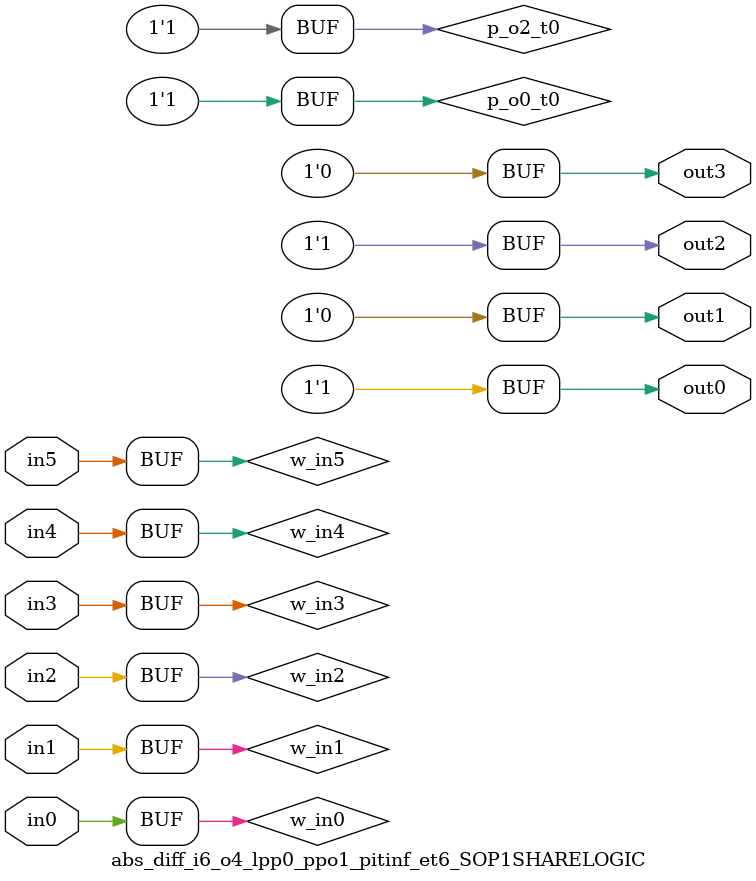
<source format=v>
module abs_diff_i6_o4_lpp0_ppo1_pitinf_et6_SOP1SHARELOGIC (in0, in1, in2, in3, in4, in5, out0, out1, out2, out3);
// declaring inputs
input in0,  in1,  in2,  in3,  in4,  in5;
// declaring outputs
output out0,  out1,  out2,  out3;
// JSON model input
wire w_in5, w_in4, w_in3, w_in2, w_in1, w_in0;
// JSON model output
wire w_g31, w_g58, w_g66;
//json model
wire p_o0_t0, p_o1_t0, p_o2_t0, p_o3_t0;
// JSON model input assign
assign w_in5 = in5;
assign w_in4 = in4;
assign w_in3 = in3;
assign w_in2 = in2;
assign w_in1 = in1;
assign w_in0 = in0;
//json model assigns (approximated/XPATed part)
assign p_o0_t0 = 1;
assign out0 = p_o0_t0;
assign out1 = 0;
assign p_o2_t0 = 1;
assign out2 = p_o2_t0;
assign out3 = 0;
endmodule
</source>
